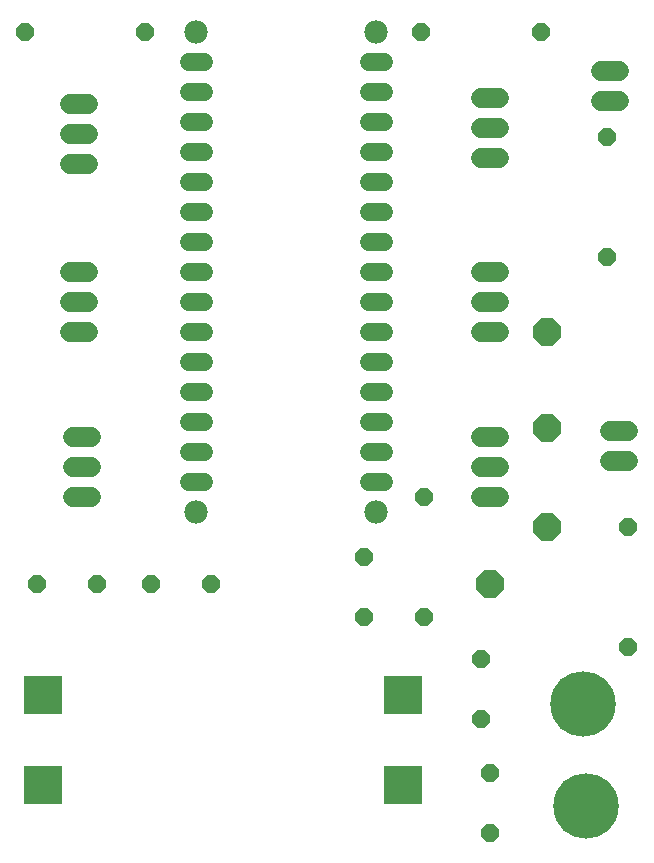
<source format=gbr>
G04 EAGLE Gerber X2 export*
%TF.Part,Single*%
%TF.FileFunction,Soldermask,Bot,1*%
%TF.FilePolarity,Negative*%
%TF.GenerationSoftware,Autodesk,EAGLE,9.0.0*%
%TF.CreationDate,2022-05-13T19:47:05Z*%
G75*
%MOMM*%
%FSLAX34Y34*%
%LPD*%
%AMOC8*
5,1,8,0,0,1.08239X$1,22.5*%
G01*
%ADD10C,1.727200*%
%ADD11C,1.981200*%
%ADD12C,1.511200*%
%ADD13P,1.649562X8X112.500000*%
%ADD14C,5.537200*%
%ADD15P,1.649562X8X22.500000*%
%ADD16P,2.556822X8X22.500000*%
%ADD17R,3.203200X3.203200*%
%ADD18P,1.649562X8X202.500000*%
%ADD19P,1.649562X8X292.500000*%


D10*
X436880Y500380D02*
X421640Y500380D01*
X421640Y474980D02*
X436880Y474980D01*
X436880Y449580D02*
X421640Y449580D01*
D11*
X180340Y703580D03*
D12*
X173800Y678180D02*
X186880Y678180D01*
X186880Y652780D02*
X173800Y652780D01*
X173800Y627380D02*
X186880Y627380D01*
X186880Y601980D02*
X173800Y601980D01*
X173800Y576580D02*
X186880Y576580D01*
X186880Y551180D02*
X173800Y551180D01*
X173800Y525780D02*
X186880Y525780D01*
X186880Y500380D02*
X173800Y500380D01*
X173800Y474980D02*
X186880Y474980D01*
X186880Y449580D02*
X173800Y449580D01*
X173800Y424180D02*
X186880Y424180D01*
X186880Y398780D02*
X173800Y398780D01*
X173800Y373380D02*
X186880Y373380D01*
X186880Y347980D02*
X173800Y347980D01*
X173800Y322580D02*
X186880Y322580D01*
X326200Y322580D02*
X339280Y322580D01*
X339280Y347980D02*
X326200Y347980D01*
X326200Y373380D02*
X339280Y373380D01*
X339280Y398780D02*
X326200Y398780D01*
X326200Y424180D02*
X339280Y424180D01*
X339280Y449580D02*
X326200Y449580D01*
X326200Y474980D02*
X339280Y474980D01*
X339280Y500380D02*
X326200Y500380D01*
X326200Y525780D02*
X339280Y525780D01*
X339280Y551180D02*
X326200Y551180D01*
X326200Y576580D02*
X339280Y576580D01*
X339280Y601980D02*
X326200Y601980D01*
X326200Y627380D02*
X339280Y627380D01*
X339280Y652780D02*
X326200Y652780D01*
X326200Y678180D02*
X339280Y678180D01*
D11*
X332740Y703580D03*
X332740Y297180D03*
X180340Y297180D03*
D13*
X322580Y208280D03*
X322580Y259080D03*
D10*
X91440Y309880D02*
X76200Y309880D01*
X76200Y335280D02*
X91440Y335280D01*
X91440Y360680D02*
X76200Y360680D01*
D14*
X508000Y134620D03*
X510540Y48260D03*
D10*
X436880Y360680D02*
X421640Y360680D01*
X421640Y335280D02*
X436880Y335280D01*
X436880Y309880D02*
X421640Y309880D01*
D15*
X35560Y703580D03*
X137160Y703580D03*
D10*
X88900Y591820D02*
X73660Y591820D01*
X73660Y617220D02*
X88900Y617220D01*
X88900Y642620D02*
X73660Y642620D01*
X421640Y647700D02*
X436880Y647700D01*
X436880Y622300D02*
X421640Y622300D01*
X421640Y596900D02*
X436880Y596900D01*
X88900Y449580D02*
X73660Y449580D01*
X73660Y474980D02*
X88900Y474980D01*
X88900Y500380D02*
X73660Y500380D01*
D16*
X429260Y236220D03*
D17*
X50800Y66040D03*
X50800Y142240D03*
X355600Y142240D03*
X355600Y66040D03*
D16*
X477520Y284480D03*
X477520Y449580D03*
D13*
X373380Y208280D03*
X373380Y309880D03*
D18*
X472440Y703580D03*
X370840Y703580D03*
D16*
X477520Y368300D03*
D13*
X421640Y121920D03*
X421640Y172720D03*
D19*
X429260Y76200D03*
X429260Y25400D03*
D15*
X142240Y236220D03*
X193040Y236220D03*
D18*
X96520Y236220D03*
X45720Y236220D03*
D10*
X523240Y670560D02*
X538480Y670560D01*
X538480Y645160D02*
X523240Y645160D01*
D13*
X528320Y513080D03*
X528320Y614680D03*
D10*
X530860Y340360D02*
X546100Y340360D01*
X546100Y365760D02*
X530860Y365760D01*
D13*
X546100Y182880D03*
X546100Y284480D03*
M02*

</source>
